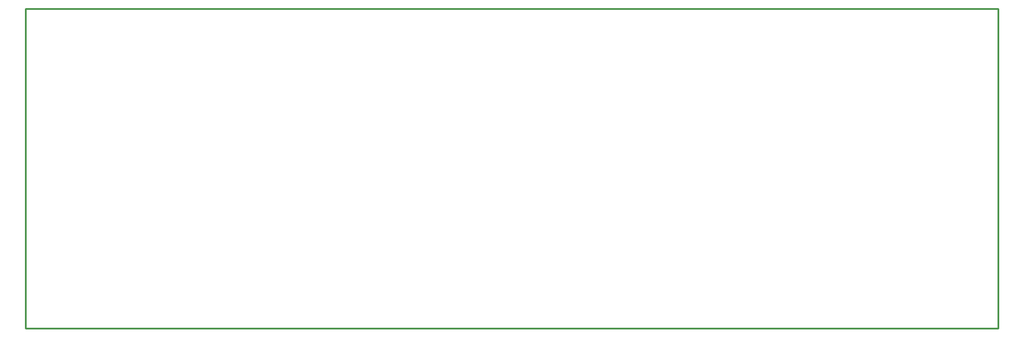
<source format=gko>
%FSLAX24Y24*%
%MOIN*%
G70*
G01*
G75*
G04 Layer_Color=16711935*
%ADD10C,0.0200*%
%ADD11C,0.0700*%
%ADD12R,0.0700X0.0700*%
%ADD13R,0.0700X0.0700*%
%ADD14C,0.0800*%
%ADD15C,0.1181*%
%ADD16C,0.0100*%
D16*
X10350Y26800D02*
X66300D01*
X66300Y45150D02*
X66300Y26800D01*
X10350Y45150D02*
X66300D01*
X10350Y26800D02*
Y45150D01*
M02*

</source>
